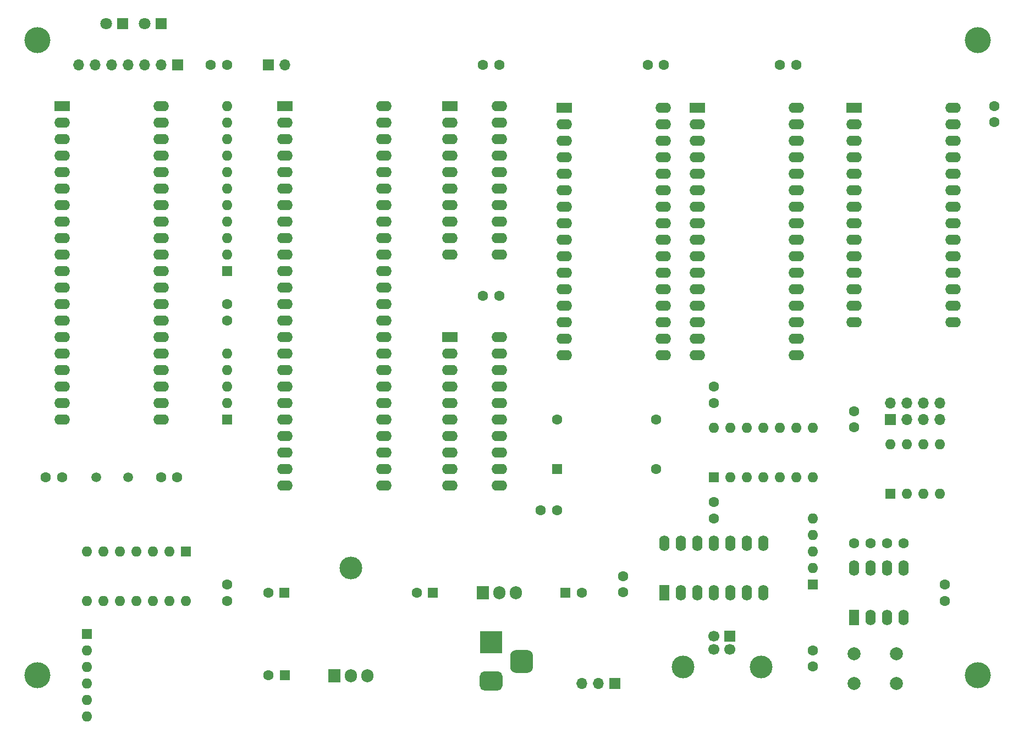
<source format=gbs>
G04 #@! TF.GenerationSoftware,KiCad,Pcbnew,(5.1.10)-1*
G04 #@! TF.CreationDate,2021-12-01T19:10:52-06:00*
G04 #@! TF.ProjectId,68k8,36386b38-2e6b-4696-9361-645f70636258,rev?*
G04 #@! TF.SameCoordinates,Original*
G04 #@! TF.FileFunction,Soldermask,Bot*
G04 #@! TF.FilePolarity,Negative*
%FSLAX46Y46*%
G04 Gerber Fmt 4.6, Leading zero omitted, Abs format (unit mm)*
G04 Created by KiCad (PCBNEW (5.1.10)-1) date 2021-12-01 19:10:52*
%MOMM*%
%LPD*%
G01*
G04 APERTURE LIST*
%ADD10C,1.600000*%
%ADD11R,2.400000X1.600000*%
%ADD12O,2.400000X1.600000*%
%ADD13C,1.800000*%
%ADD14R,1.800000X1.800000*%
%ADD15C,4.000000*%
%ADD16R,1.600000X1.600000*%
%ADD17R,3.500000X3.500000*%
%ADD18R,1.700000X1.700000*%
%ADD19O,1.700000X1.700000*%
%ADD20C,1.700000*%
%ADD21C,3.500000*%
%ADD22O,1.600000X1.600000*%
%ADD23C,2.000000*%
%ADD24O,3.500000X3.500000*%
%ADD25R,1.905000X2.000000*%
%ADD26O,1.905000X2.000000*%
%ADD27R,1.600000X2.400000*%
%ADD28O,1.600000X2.400000*%
%ADD29C,1.500000*%
G04 APERTURE END LIST*
D10*
X233680000Y-21590000D03*
X236180000Y-21590000D03*
D11*
X220805000Y-28245000D03*
D12*
X236045000Y-66345000D03*
X220805000Y-30785000D03*
X236045000Y-63805000D03*
X220805000Y-33325000D03*
X236045000Y-61265000D03*
X220805000Y-35865000D03*
X236045000Y-58725000D03*
X220805000Y-38405000D03*
X236045000Y-56185000D03*
X220805000Y-40945000D03*
X236045000Y-53645000D03*
X220805000Y-43485000D03*
X236045000Y-51105000D03*
X220805000Y-46025000D03*
X236045000Y-48565000D03*
X220805000Y-48565000D03*
X236045000Y-46025000D03*
X220805000Y-51105000D03*
X236045000Y-43485000D03*
X220805000Y-53645000D03*
X236045000Y-40945000D03*
X220805000Y-56185000D03*
X236045000Y-38405000D03*
X220805000Y-58725000D03*
X236045000Y-35865000D03*
X220805000Y-61265000D03*
X236045000Y-33325000D03*
X220805000Y-63805000D03*
X236045000Y-30785000D03*
X220805000Y-66345000D03*
X236045000Y-28245000D03*
D13*
X150310000Y-15240000D03*
D14*
X152850000Y-15240000D03*
D13*
X156210000Y-15240000D03*
D14*
X158750000Y-15240000D03*
D15*
X139700000Y-17780000D03*
X139700000Y-115570000D03*
X284480000Y-115570000D03*
X284480000Y-17780000D03*
D12*
X193040000Y-27940000D03*
X177800000Y-86360000D03*
X193040000Y-30480000D03*
X177800000Y-83820000D03*
X193040000Y-33020000D03*
X177800000Y-81280000D03*
X193040000Y-35560000D03*
X177800000Y-78740000D03*
X193040000Y-38100000D03*
X177800000Y-76200000D03*
X193040000Y-40640000D03*
X177800000Y-73660000D03*
X193040000Y-43180000D03*
X177800000Y-71120000D03*
X193040000Y-45720000D03*
X177800000Y-68580000D03*
X193040000Y-48260000D03*
X177800000Y-66040000D03*
X193040000Y-50800000D03*
X177800000Y-63500000D03*
X193040000Y-53340000D03*
X177800000Y-60960000D03*
X193040000Y-55880000D03*
X177800000Y-58420000D03*
X193040000Y-58420000D03*
X177800000Y-55880000D03*
X193040000Y-60960000D03*
X177800000Y-53340000D03*
X193040000Y-63500000D03*
X177800000Y-50800000D03*
X193040000Y-66040000D03*
X177800000Y-48260000D03*
X193040000Y-68580000D03*
X177800000Y-45720000D03*
X193040000Y-71120000D03*
X177800000Y-43180000D03*
X193040000Y-73660000D03*
X177800000Y-40640000D03*
X193040000Y-76200000D03*
X177800000Y-38100000D03*
X193040000Y-78740000D03*
X177800000Y-35560000D03*
X193040000Y-81280000D03*
X177800000Y-33020000D03*
X193040000Y-83820000D03*
X177800000Y-30480000D03*
X193040000Y-86360000D03*
D11*
X177800000Y-27940000D03*
D10*
X158750000Y-85090000D03*
X161250000Y-85090000D03*
X141010000Y-85090000D03*
X143510000Y-85090000D03*
X175300000Y-115570000D03*
D16*
X177800000Y-115570000D03*
X200620000Y-102870000D03*
D10*
X198120000Y-102870000D03*
X175260000Y-102870000D03*
D16*
X177760000Y-102870000D03*
X221020000Y-102870000D03*
D10*
X223520000Y-102870000D03*
X243840000Y-88940000D03*
X243840000Y-91440000D03*
X168910000Y-58460000D03*
X168910000Y-60960000D03*
X168910000Y-104140000D03*
X168910000Y-101640000D03*
X208320000Y-57150000D03*
X210820000Y-57150000D03*
X219710000Y-90170000D03*
X217210000Y-90170000D03*
X279400000Y-104140000D03*
X279400000Y-101640000D03*
X270550000Y-95250000D03*
X273050000Y-95250000D03*
X267970000Y-95250000D03*
X265470000Y-95250000D03*
X259080000Y-114260000D03*
X259080000Y-111760000D03*
X256540000Y-21590000D03*
X254040000Y-21590000D03*
X287020000Y-27940000D03*
X287020000Y-30440000D03*
X168910000Y-21590000D03*
X166410000Y-21590000D03*
X229870000Y-100330000D03*
X229870000Y-102830000D03*
X265430000Y-74930000D03*
X265430000Y-77430000D03*
X243840000Y-71160000D03*
X243840000Y-73660000D03*
X210820000Y-21590000D03*
X208320000Y-21590000D03*
D16*
X219710000Y-83820000D03*
D10*
X219710000Y-76200000D03*
X234950000Y-76200000D03*
X234950000Y-83820000D03*
D17*
X209550000Y-110490000D03*
G36*
G01*
X210550000Y-117990000D02*
X208550000Y-117990000D01*
G75*
G02*
X207800000Y-117240000I0J750000D01*
G01*
X207800000Y-115740000D01*
G75*
G02*
X208550000Y-114990000I750000J0D01*
G01*
X210550000Y-114990000D01*
G75*
G02*
X211300000Y-115740000I0J-750000D01*
G01*
X211300000Y-117240000D01*
G75*
G02*
X210550000Y-117990000I-750000J0D01*
G01*
G37*
G36*
G01*
X215125000Y-115240000D02*
X213375000Y-115240000D01*
G75*
G02*
X212500000Y-114365000I0J875000D01*
G01*
X212500000Y-112615000D01*
G75*
G02*
X213375000Y-111740000I875000J0D01*
G01*
X215125000Y-111740000D01*
G75*
G02*
X216000000Y-112615000I0J-875000D01*
G01*
X216000000Y-114365000D01*
G75*
G02*
X215125000Y-115240000I-875000J0D01*
G01*
G37*
D18*
X175260000Y-21590000D03*
D19*
X177800000Y-21590000D03*
D18*
X228600000Y-116840000D03*
D19*
X226060000Y-116840000D03*
X223520000Y-116840000D03*
D18*
X246340000Y-109590000D03*
D20*
X243840000Y-109590000D03*
X243840000Y-111590000D03*
X246340000Y-111590000D03*
D21*
X251110000Y-114300000D03*
X239070000Y-114300000D03*
D18*
X161290000Y-21590000D03*
D19*
X158750000Y-21590000D03*
X156210000Y-21590000D03*
X153670000Y-21590000D03*
X151130000Y-21590000D03*
X148590000Y-21590000D03*
X146050000Y-21590000D03*
D18*
X271018000Y-76200000D03*
D19*
X271018000Y-73660000D03*
X273558000Y-76200000D03*
X273558000Y-73660000D03*
X276098000Y-76200000D03*
X276098000Y-73660000D03*
X278638000Y-76200000D03*
X278638000Y-73660000D03*
D16*
X168910000Y-53340000D03*
D22*
X168910000Y-50800000D03*
X168910000Y-48260000D03*
X168910000Y-45720000D03*
X168910000Y-43180000D03*
X168910000Y-40640000D03*
X168910000Y-38100000D03*
X168910000Y-35560000D03*
X168910000Y-33020000D03*
X168910000Y-30480000D03*
X168910000Y-27940000D03*
X259080000Y-91440000D03*
X259080000Y-93980000D03*
X259080000Y-96520000D03*
X259080000Y-99060000D03*
D16*
X259080000Y-101600000D03*
X168910000Y-76200000D03*
D22*
X168910000Y-73660000D03*
X168910000Y-71120000D03*
X168910000Y-68580000D03*
X168910000Y-66040000D03*
D16*
X147320000Y-109220000D03*
D22*
X147320000Y-111760000D03*
X147320000Y-114300000D03*
X147320000Y-116840000D03*
X147320000Y-119380000D03*
X147320000Y-121920000D03*
D23*
X271930000Y-112340000D03*
X271930000Y-116840000D03*
X265430000Y-112340000D03*
X265430000Y-116840000D03*
D24*
X187960000Y-99060000D03*
D25*
X185420000Y-115720000D03*
D26*
X187960000Y-115720000D03*
X190500000Y-115720000D03*
D25*
X208280000Y-102870000D03*
D26*
X210820000Y-102870000D03*
X213360000Y-102870000D03*
D22*
X162560000Y-104140000D03*
X147320000Y-96520000D03*
X160020000Y-104140000D03*
X149860000Y-96520000D03*
X157480000Y-104140000D03*
X152400000Y-96520000D03*
X154940000Y-104140000D03*
X154940000Y-96520000D03*
X152400000Y-104140000D03*
X157480000Y-96520000D03*
X149860000Y-104140000D03*
X160020000Y-96520000D03*
X147320000Y-104140000D03*
D16*
X162560000Y-96520000D03*
D11*
X203200000Y-63500000D03*
D12*
X210820000Y-86360000D03*
X203200000Y-66040000D03*
X210820000Y-83820000D03*
X203200000Y-68580000D03*
X210820000Y-81280000D03*
X203200000Y-71120000D03*
X210820000Y-78740000D03*
X203200000Y-73660000D03*
X210820000Y-76200000D03*
X203200000Y-76200000D03*
X210820000Y-73660000D03*
X203200000Y-78740000D03*
X210820000Y-71120000D03*
X203200000Y-81280000D03*
X210820000Y-68580000D03*
X203200000Y-83820000D03*
X210820000Y-66040000D03*
X203200000Y-86360000D03*
X210820000Y-63500000D03*
D27*
X265430000Y-106680000D03*
D28*
X273050000Y-99060000D03*
X267970000Y-106680000D03*
X270510000Y-99060000D03*
X270510000Y-106680000D03*
X267970000Y-99060000D03*
X273050000Y-106680000D03*
X265430000Y-99060000D03*
D12*
X256540000Y-28245000D03*
X241300000Y-66345000D03*
X256540000Y-30785000D03*
X241300000Y-63805000D03*
X256540000Y-33325000D03*
X241300000Y-61265000D03*
X256540000Y-35865000D03*
X241300000Y-58725000D03*
X256540000Y-38405000D03*
X241300000Y-56185000D03*
X256540000Y-40945000D03*
X241300000Y-53645000D03*
X256540000Y-43485000D03*
X241300000Y-51105000D03*
X256540000Y-46025000D03*
X241300000Y-48565000D03*
X256540000Y-48565000D03*
X241300000Y-46025000D03*
X256540000Y-51105000D03*
X241300000Y-43485000D03*
X256540000Y-53645000D03*
X241300000Y-40945000D03*
X256540000Y-56185000D03*
X241300000Y-38405000D03*
X256540000Y-58725000D03*
X241300000Y-35865000D03*
X256540000Y-61265000D03*
X241300000Y-33325000D03*
X256540000Y-63805000D03*
X241300000Y-30785000D03*
X256540000Y-66345000D03*
D11*
X241300000Y-28245000D03*
X265430000Y-28245000D03*
D12*
X280670000Y-61265000D03*
X265430000Y-30785000D03*
X280670000Y-58725000D03*
X265430000Y-33325000D03*
X280670000Y-56185000D03*
X265430000Y-35865000D03*
X280670000Y-53645000D03*
X265430000Y-38405000D03*
X280670000Y-51105000D03*
X265430000Y-40945000D03*
X280670000Y-48565000D03*
X265430000Y-43485000D03*
X280670000Y-46025000D03*
X265430000Y-46025000D03*
X280670000Y-43485000D03*
X265430000Y-48565000D03*
X280670000Y-40945000D03*
X265430000Y-51105000D03*
X280670000Y-38405000D03*
X265430000Y-53645000D03*
X280670000Y-35865000D03*
X265430000Y-56185000D03*
X280670000Y-33325000D03*
X265430000Y-58725000D03*
X280670000Y-30785000D03*
X265430000Y-61265000D03*
X280670000Y-28245000D03*
D11*
X143510000Y-27940000D03*
D12*
X158750000Y-76200000D03*
X143510000Y-30480000D03*
X158750000Y-73660000D03*
X143510000Y-33020000D03*
X158750000Y-71120000D03*
X143510000Y-35560000D03*
X158750000Y-68580000D03*
X143510000Y-38100000D03*
X158750000Y-66040000D03*
X143510000Y-40640000D03*
X158750000Y-63500000D03*
X143510000Y-43180000D03*
X158750000Y-60960000D03*
X143510000Y-45720000D03*
X158750000Y-58420000D03*
X143510000Y-48260000D03*
X158750000Y-55880000D03*
X143510000Y-50800000D03*
X158750000Y-53340000D03*
X143510000Y-53340000D03*
X158750000Y-50800000D03*
X143510000Y-55880000D03*
X158750000Y-48260000D03*
X143510000Y-58420000D03*
X158750000Y-45720000D03*
X143510000Y-60960000D03*
X158750000Y-43180000D03*
X143510000Y-63500000D03*
X158750000Y-40640000D03*
X143510000Y-66040000D03*
X158750000Y-38100000D03*
X143510000Y-68580000D03*
X158750000Y-35560000D03*
X143510000Y-71120000D03*
X158750000Y-33020000D03*
X143510000Y-73660000D03*
X158750000Y-30480000D03*
X143510000Y-76200000D03*
X158750000Y-27940000D03*
D27*
X236220000Y-102870000D03*
D28*
X251460000Y-95250000D03*
X238760000Y-102870000D03*
X248920000Y-95250000D03*
X241300000Y-102870000D03*
X246380000Y-95250000D03*
X243840000Y-102870000D03*
X243840000Y-95250000D03*
X246380000Y-102870000D03*
X241300000Y-95250000D03*
X248920000Y-102870000D03*
X238760000Y-95250000D03*
X251460000Y-102870000D03*
X236220000Y-95250000D03*
D16*
X271018000Y-87630000D03*
D22*
X278638000Y-80010000D03*
X273558000Y-87630000D03*
X276098000Y-80010000D03*
X276098000Y-87630000D03*
X273558000Y-80010000D03*
X278638000Y-87630000D03*
X271018000Y-80010000D03*
D16*
X243840000Y-85090000D03*
D22*
X259080000Y-77470000D03*
X246380000Y-85090000D03*
X256540000Y-77470000D03*
X248920000Y-85090000D03*
X254000000Y-77470000D03*
X251460000Y-85090000D03*
X251460000Y-77470000D03*
X254000000Y-85090000D03*
X248920000Y-77470000D03*
X256540000Y-85090000D03*
X246380000Y-77470000D03*
X259080000Y-85090000D03*
X243840000Y-77470000D03*
D12*
X210820000Y-27940000D03*
X203200000Y-50800000D03*
X210820000Y-30480000D03*
X203200000Y-48260000D03*
X210820000Y-33020000D03*
X203200000Y-45720000D03*
X210820000Y-35560000D03*
X203200000Y-43180000D03*
X210820000Y-38100000D03*
X203200000Y-40640000D03*
X210820000Y-40640000D03*
X203200000Y-38100000D03*
X210820000Y-43180000D03*
X203200000Y-35560000D03*
X210820000Y-45720000D03*
X203200000Y-33020000D03*
X210820000Y-48260000D03*
X203200000Y-30480000D03*
X210820000Y-50800000D03*
D11*
X203200000Y-27940000D03*
D29*
X153670000Y-85090000D03*
X148770000Y-85090000D03*
M02*

</source>
